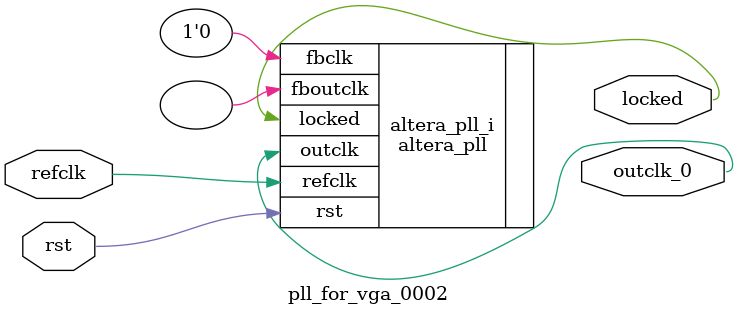
<source format=v>
`timescale 1ns/10ps
module  pll_for_vga_0002(

	// interface 'refclk'
	input wire refclk,

	// interface 'reset'
	input wire rst,

	// interface 'outclk0'
	output wire outclk_0,

	// interface 'locked'
	output wire locked
);

	altera_pll #(
		.fractional_vco_multiplier("false"),
		.reference_clock_frequency("50.0 MHz"),
		.operation_mode("direct"),
		.number_of_clocks(1),
		.output_clock_frequency0("106.481481 MHz"),
		.phase_shift0("0 ps"),
		.duty_cycle0(50),
		.output_clock_frequency1("0 MHz"),
		.phase_shift1("0 ps"),
		.duty_cycle1(50),
		.output_clock_frequency2("0 MHz"),
		.phase_shift2("0 ps"),
		.duty_cycle2(50),
		.output_clock_frequency3("0 MHz"),
		.phase_shift3("0 ps"),
		.duty_cycle3(50),
		.output_clock_frequency4("0 MHz"),
		.phase_shift4("0 ps"),
		.duty_cycle4(50),
		.output_clock_frequency5("0 MHz"),
		.phase_shift5("0 ps"),
		.duty_cycle5(50),
		.output_clock_frequency6("0 MHz"),
		.phase_shift6("0 ps"),
		.duty_cycle6(50),
		.output_clock_frequency7("0 MHz"),
		.phase_shift7("0 ps"),
		.duty_cycle7(50),
		.output_clock_frequency8("0 MHz"),
		.phase_shift8("0 ps"),
		.duty_cycle8(50),
		.output_clock_frequency9("0 MHz"),
		.phase_shift9("0 ps"),
		.duty_cycle9(50),
		.output_clock_frequency10("0 MHz"),
		.phase_shift10("0 ps"),
		.duty_cycle10(50),
		.output_clock_frequency11("0 MHz"),
		.phase_shift11("0 ps"),
		.duty_cycle11(50),
		.output_clock_frequency12("0 MHz"),
		.phase_shift12("0 ps"),
		.duty_cycle12(50),
		.output_clock_frequency13("0 MHz"),
		.phase_shift13("0 ps"),
		.duty_cycle13(50),
		.output_clock_frequency14("0 MHz"),
		.phase_shift14("0 ps"),
		.duty_cycle14(50),
		.output_clock_frequency15("0 MHz"),
		.phase_shift15("0 ps"),
		.duty_cycle15(50),
		.output_clock_frequency16("0 MHz"),
		.phase_shift16("0 ps"),
		.duty_cycle16(50),
		.output_clock_frequency17("0 MHz"),
		.phase_shift17("0 ps"),
		.duty_cycle17(50),
		.pll_type("General"),
		.pll_subtype("General")
	) altera_pll_i (
		.rst	(rst),
		.outclk	({outclk_0}),
		.locked	(locked),
		.fboutclk	( ),
		.fbclk	(1'b0),
		.refclk	(refclk)
	);
endmodule


</source>
